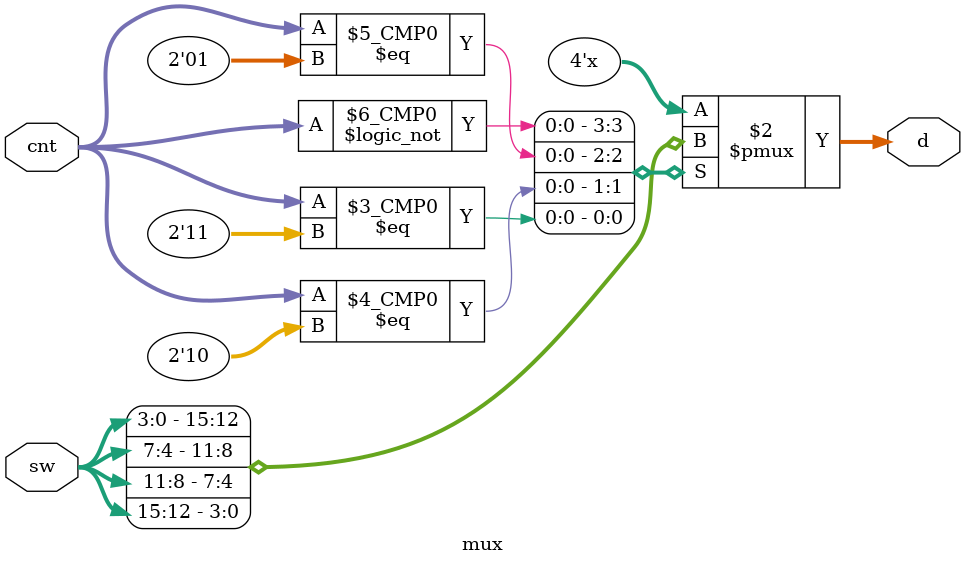
<source format=v>
`timescale 1ns / 1ps


module mux (
    input [1:0] cnt,
    input [15:0] sw,
    output reg [3:0] d
);
always @(*) begin
    case (cnt)
        2'b00: d = sw[3:0]; 
        2'b01: d = sw[7:4];
        2'b10: d = sw[11:8];
        2'b11: d = sw[15:12];
        default: d = 0;
    endcase
end 
endmodule
</source>
